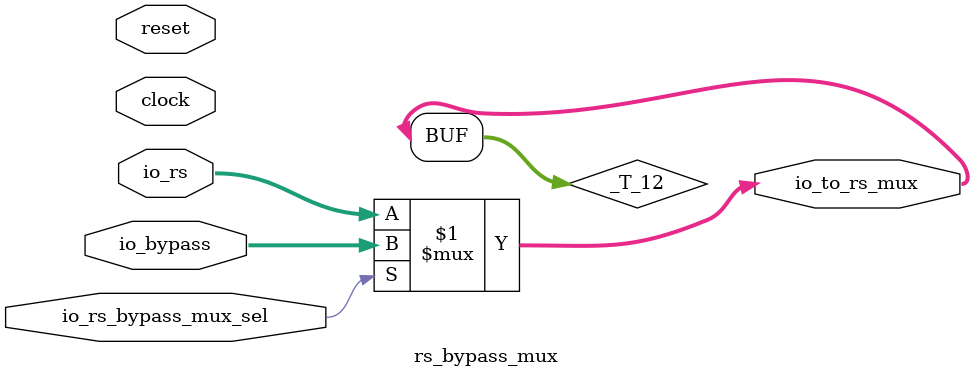
<source format=v>
`ifdef RANDOMIZE_GARBAGE_ASSIGN
`define RANDOMIZE
`endif
`ifdef RANDOMIZE_INVALID_ASSIGN
`define RANDOMIZE
`endif
`ifdef RANDOMIZE_REG_INIT
`define RANDOMIZE
`endif
`ifdef RANDOMIZE_MEM_INIT
`define RANDOMIZE
`endif

module rs_bypass_mux(
  input         clock,
  input         reset,
  input  [31:0] io_rs,
  input  [31:0] io_bypass,
  input         io_rs_bypass_mux_sel,
  output [31:0] io_to_rs_mux
);
  wire [31:0] _T_12;
  assign io_to_rs_mux = _T_12;
  assign _T_12 = io_rs_bypass_mux_sel ? io_bypass : io_rs;
endmodule

</source>
